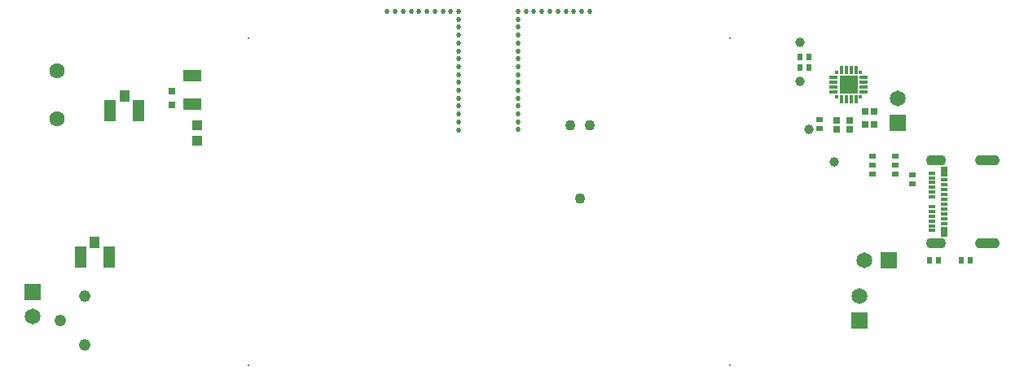
<source format=gbr>
G04*
G04 #@! TF.GenerationSoftware,Altium Limited,Altium Designer,24.3.1 (35)*
G04*
G04 Layer_Color=16711935*
%FSLAX44Y44*%
%MOMM*%
G71*
G04*
G04 #@! TF.SameCoordinates,025A4B24-8724-457C-B47B-0DB420FA472D*
G04*
G04*
G04 #@! TF.FilePolarity,Negative*
G04*
G01*
G75*
%ADD73R,0.7216X0.6716*%
%ADD74C,1.0016*%
%ADD76R,0.6016X0.6516*%
%ADD85R,0.6716X0.7216*%
%ADD98R,0.6516X0.6016*%
%ADD100R,1.1016X1.0016*%
%ADD108R,1.1016X1.1516*%
%ADD109R,1.1516X2.3016*%
%ADD114R,0.8016X0.7016*%
%ADD116R,1.9016X1.2016*%
%ADD118R,1.6516X1.6516*%
%ADD119C,1.6516*%
%ADD120R,1.6516X1.6516*%
%ADD121C,0.2032*%
%ADD122C,1.2192*%
%ADD123C,1.6016*%
G04:AMPARAMS|DCode=124|XSize=1.1mm|YSize=2.6mm|CornerRadius=0.55mm|HoleSize=0mm|Usage=FLASHONLY|Rotation=270.000|XOffset=0mm|YOffset=0mm|HoleType=Round|Shape=RoundedRectangle|*
%AMROUNDEDRECTD124*
21,1,1.1000,1.5000,0,0,270.0*
21,1,0.0000,2.6000,0,0,270.0*
1,1,1.1000,-0.7500,0.0000*
1,1,1.1000,-0.7500,0.0000*
1,1,1.1000,0.7500,0.0000*
1,1,1.1000,0.7500,0.0000*
%
%ADD124ROUNDEDRECTD124*%
G04:AMPARAMS|DCode=125|XSize=1.1mm|YSize=2.1mm|CornerRadius=0.55mm|HoleSize=0mm|Usage=FLASHONLY|Rotation=270.000|XOffset=0mm|YOffset=0mm|HoleType=Round|Shape=RoundedRectangle|*
%AMROUNDEDRECTD125*
21,1,1.1000,1.0000,0,0,270.0*
21,1,0.0000,2.1000,0,0,270.0*
1,1,1.1000,-0.5000,0.0000*
1,1,1.1000,-0.5000,0.0000*
1,1,1.1000,0.5000,0.0000*
1,1,1.1000,0.5000,0.0000*
%
%ADD125ROUNDEDRECTD125*%
%ADD126C,1.0926*%
%ADD127C,0.5174*%
%ADD155R,0.8000X0.5500*%
%ADD156R,0.9508X0.3508*%
%ADD157R,0.3508X0.9508*%
%ADD158R,1.8508X1.8508*%
%ADD159R,0.3508X0.3508*%
%ADD160R,0.7508X1.0508*%
%ADD161R,0.7508X0.3508*%
D73*
X374650Y84860D02*
D03*
Y75160D02*
D03*
X360680D02*
D03*
Y84860D02*
D03*
D74*
X322910Y124950D02*
D03*
X323168Y166218D02*
D03*
X332069Y75529D02*
D03*
X358140Y41910D02*
D03*
D76*
X322910Y139700D02*
D03*
X332410D02*
D03*
X322830Y151130D02*
D03*
X332330D02*
D03*
X500050Y-60975D02*
D03*
X490550D02*
D03*
X457530Y-60960D02*
D03*
X467030D02*
D03*
D85*
X390576Y93980D02*
D03*
X400276D02*
D03*
X400276Y80853D02*
D03*
X390576D02*
D03*
D98*
X343242Y85627D02*
D03*
Y76127D02*
D03*
X439420Y18567D02*
D03*
Y28067D02*
D03*
D100*
X-303450Y63690D02*
D03*
Y79690D02*
D03*
D108*
X-410210Y-41900D02*
D03*
X-379240Y110500D02*
D03*
D109*
X-395460Y-57150D02*
D03*
X-424960D02*
D03*
X-364490Y95250D02*
D03*
X-393990D02*
D03*
D114*
X-330200Y114950D02*
D03*
Y100950D02*
D03*
D116*
X-308530Y131510D02*
D03*
Y101510D02*
D03*
D118*
X-474980Y-93980D02*
D03*
X384810Y-123190D02*
D03*
X424180Y82550D02*
D03*
D119*
X-474980Y-119380D02*
D03*
X389890Y-60960D02*
D03*
X384810Y-97790D02*
D03*
X424180Y107950D02*
D03*
D120*
X415290Y-60960D02*
D03*
D121*
X-250000Y170000D02*
D03*
X250000D02*
D03*
X-250000Y-170000D02*
D03*
X250000D02*
D03*
D122*
X-420370Y-148590D02*
D03*
X-445770Y-123190D02*
D03*
X-420370Y-97790D02*
D03*
D123*
X-449580Y86760D02*
D03*
Y136760D02*
D03*
D124*
X517500Y-43200D02*
D03*
Y43200D02*
D03*
D125*
X463900Y-43200D02*
D03*
Y43200D02*
D03*
D126*
X93980Y3810D02*
D03*
X104130Y80010D02*
D03*
X83830D02*
D03*
D127*
X-97895Y198068D02*
D03*
X-106163D02*
D03*
X-31750D02*
D03*
X-40018D02*
D03*
X-48286D02*
D03*
X-56554D02*
D03*
X-64822D02*
D03*
X-31750Y157022D02*
D03*
Y165231D02*
D03*
Y173441D02*
D03*
Y181650D02*
D03*
Y189859D02*
D03*
Y115976D02*
D03*
Y124185D02*
D03*
Y132395D02*
D03*
Y140604D02*
D03*
Y148813D02*
D03*
Y107767D02*
D03*
Y91348D02*
D03*
Y83139D02*
D03*
Y74930D02*
D03*
Y99558D02*
D03*
X29832Y74982D02*
D03*
Y83191D02*
D03*
Y91400D02*
D03*
Y99609D02*
D03*
Y107818D02*
D03*
Y148865D02*
D03*
Y140655D02*
D03*
Y132446D02*
D03*
Y124237D02*
D03*
Y116028D02*
D03*
Y189911D02*
D03*
Y181702D02*
D03*
Y173492D02*
D03*
Y165283D02*
D03*
Y157074D02*
D03*
X62904Y198120D02*
D03*
X54636D02*
D03*
X46368D02*
D03*
X38100D02*
D03*
X29832D02*
D03*
X104245D02*
D03*
X95977D02*
D03*
X87709D02*
D03*
X79440D02*
D03*
X71172D02*
D03*
X-73090Y198068D02*
D03*
X-81358D02*
D03*
X-89627D02*
D03*
D155*
X422210Y47600D02*
D03*
Y38100D02*
D03*
Y28600D02*
D03*
X398210D02*
D03*
Y38100D02*
D03*
Y47600D02*
D03*
D156*
X388880Y129420D02*
D03*
Y124420D02*
D03*
Y119420D02*
D03*
Y114420D02*
D03*
X357880D02*
D03*
Y119420D02*
D03*
Y124420D02*
D03*
Y129420D02*
D03*
D157*
X380880Y106420D02*
D03*
X375880D02*
D03*
X370880D02*
D03*
X365880D02*
D03*
Y137420D02*
D03*
X370880D02*
D03*
X375880D02*
D03*
X380880D02*
D03*
D158*
X373380Y121920D02*
D03*
D159*
X385880Y134420D02*
D03*
X360880D02*
D03*
X385880Y109420D02*
D03*
X360880D02*
D03*
D160*
X472800Y-31000D02*
D03*
Y31000D02*
D03*
D161*
Y22500D02*
D03*
Y17500D02*
D03*
Y12500D02*
D03*
Y7500D02*
D03*
Y2500D02*
D03*
Y-2500D02*
D03*
Y-7500D02*
D03*
Y-12500D02*
D03*
Y-17500D02*
D03*
Y-22500D02*
D03*
X459800Y-30000D02*
D03*
Y-25000D02*
D03*
Y-20000D02*
D03*
Y-15000D02*
D03*
Y-10000D02*
D03*
Y-5000D02*
D03*
Y5000D02*
D03*
Y10000D02*
D03*
Y15000D02*
D03*
Y20000D02*
D03*
Y25000D02*
D03*
Y30000D02*
D03*
M02*

</source>
